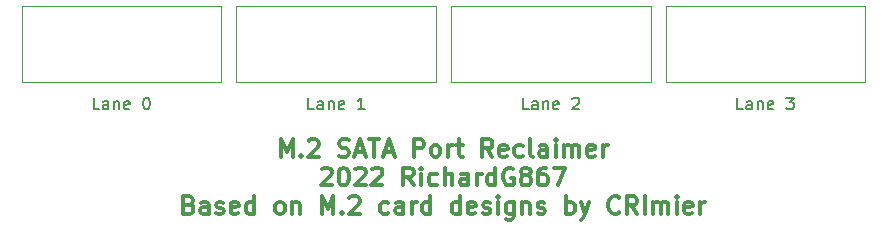
<source format=gto>
G04 #@! TF.GenerationSoftware,KiCad,Pcbnew,(6.0.5)*
G04 #@! TF.CreationDate,2022-10-29T18:05:07-03:00*
G04 #@! TF.ProjectId,m2sata,6d327361-7461-42e6-9b69-6361645f7063,rev?*
G04 #@! TF.SameCoordinates,PXa9657a8PY54e0840*
G04 #@! TF.FileFunction,Legend,Top*
G04 #@! TF.FilePolarity,Positive*
%FSLAX46Y46*%
G04 Gerber Fmt 4.6, Leading zero omitted, Abs format (unit mm)*
G04 Created by KiCad (PCBNEW (6.0.5)) date 2022-10-29 18:05:07*
%MOMM*%
%LPD*%
G01*
G04 APERTURE LIST*
%ADD10C,0.150000*%
%ADD11C,0.300000*%
%ADD12C,0.120000*%
%ADD13C,0.100000*%
%ADD14O,1.202000X1.402000*%
%ADD15C,2.602000*%
G04 APERTURE END LIST*
D10*
X-13248715Y-10512380D02*
X-13724905Y-10512380D01*
X-13724905Y-9512380D01*
X-12486810Y-10512380D02*
X-12486810Y-9988571D01*
X-12534429Y-9893333D01*
X-12629667Y-9845714D01*
X-12820143Y-9845714D01*
X-12915382Y-9893333D01*
X-12486810Y-10464761D02*
X-12582048Y-10512380D01*
X-12820143Y-10512380D01*
X-12915382Y-10464761D01*
X-12963001Y-10369523D01*
X-12963001Y-10274285D01*
X-12915382Y-10179047D01*
X-12820143Y-10131428D01*
X-12582048Y-10131428D01*
X-12486810Y-10083809D01*
X-12010620Y-9845714D02*
X-12010620Y-10512380D01*
X-12010620Y-9940952D02*
X-11963001Y-9893333D01*
X-11867762Y-9845714D01*
X-11724905Y-9845714D01*
X-11629667Y-9893333D01*
X-11582048Y-9988571D01*
X-11582048Y-10512380D01*
X-10724905Y-10464761D02*
X-10820143Y-10512380D01*
X-11010620Y-10512380D01*
X-11105858Y-10464761D01*
X-11153477Y-10369523D01*
X-11153477Y-9988571D01*
X-11105858Y-9893333D01*
X-11010620Y-9845714D01*
X-10820143Y-9845714D01*
X-10724905Y-9893333D01*
X-10677286Y-9988571D01*
X-10677286Y-10083809D01*
X-11153477Y-10179047D01*
X-9582048Y-9512380D02*
X-8963001Y-9512380D01*
X-9296334Y-9893333D01*
X-9153477Y-9893333D01*
X-9058239Y-9940952D01*
X-9010620Y-9988571D01*
X-8963001Y-10083809D01*
X-8963001Y-10321904D01*
X-9010620Y-10417142D01*
X-9058239Y-10464761D01*
X-9153477Y-10512380D01*
X-9439191Y-10512380D01*
X-9534429Y-10464761D01*
X-9582048Y-10417142D01*
X-49580207Y-10512380D02*
X-50056397Y-10512380D01*
X-50056397Y-9512380D01*
X-48818302Y-10512380D02*
X-48818302Y-9988571D01*
X-48865921Y-9893333D01*
X-48961159Y-9845714D01*
X-49151635Y-9845714D01*
X-49246874Y-9893333D01*
X-48818302Y-10464761D02*
X-48913540Y-10512380D01*
X-49151635Y-10512380D01*
X-49246874Y-10464761D01*
X-49294493Y-10369523D01*
X-49294493Y-10274285D01*
X-49246874Y-10179047D01*
X-49151635Y-10131428D01*
X-48913540Y-10131428D01*
X-48818302Y-10083809D01*
X-48342112Y-9845714D02*
X-48342112Y-10512380D01*
X-48342112Y-9940952D02*
X-48294493Y-9893333D01*
X-48199254Y-9845714D01*
X-48056397Y-9845714D01*
X-47961159Y-9893333D01*
X-47913540Y-9988571D01*
X-47913540Y-10512380D01*
X-47056397Y-10464761D02*
X-47151635Y-10512380D01*
X-47342112Y-10512380D01*
X-47437350Y-10464761D01*
X-47484969Y-10369523D01*
X-47484969Y-9988571D01*
X-47437350Y-9893333D01*
X-47342112Y-9845714D01*
X-47151635Y-9845714D01*
X-47056397Y-9893333D01*
X-47008778Y-9988571D01*
X-47008778Y-10083809D01*
X-47484969Y-10179047D01*
X-45294493Y-10512380D02*
X-45865921Y-10512380D01*
X-45580207Y-10512380D02*
X-45580207Y-9512380D01*
X-45675445Y-9655238D01*
X-45770683Y-9750476D01*
X-45865921Y-9798095D01*
X-31414461Y-10512380D02*
X-31890651Y-10512380D01*
X-31890651Y-9512380D01*
X-30652556Y-10512380D02*
X-30652556Y-9988571D01*
X-30700175Y-9893333D01*
X-30795413Y-9845714D01*
X-30985889Y-9845714D01*
X-31081128Y-9893333D01*
X-30652556Y-10464761D02*
X-30747794Y-10512380D01*
X-30985889Y-10512380D01*
X-31081128Y-10464761D01*
X-31128747Y-10369523D01*
X-31128747Y-10274285D01*
X-31081128Y-10179047D01*
X-30985889Y-10131428D01*
X-30747794Y-10131428D01*
X-30652556Y-10083809D01*
X-30176366Y-9845714D02*
X-30176366Y-10512380D01*
X-30176366Y-9940952D02*
X-30128747Y-9893333D01*
X-30033508Y-9845714D01*
X-29890651Y-9845714D01*
X-29795413Y-9893333D01*
X-29747794Y-9988571D01*
X-29747794Y-10512380D01*
X-28890651Y-10464761D02*
X-28985889Y-10512380D01*
X-29176366Y-10512380D01*
X-29271604Y-10464761D01*
X-29319223Y-10369523D01*
X-29319223Y-9988571D01*
X-29271604Y-9893333D01*
X-29176366Y-9845714D01*
X-28985889Y-9845714D01*
X-28890651Y-9893333D01*
X-28843032Y-9988571D01*
X-28843032Y-10083809D01*
X-29319223Y-10179047D01*
X-27700175Y-9607619D02*
X-27652556Y-9560000D01*
X-27557318Y-9512380D01*
X-27319223Y-9512380D01*
X-27223985Y-9560000D01*
X-27176366Y-9607619D01*
X-27128747Y-9702857D01*
X-27128747Y-9798095D01*
X-27176366Y-9940952D01*
X-27747794Y-10512380D01*
X-27128747Y-10512380D01*
X-67745953Y-10512380D02*
X-68222143Y-10512380D01*
X-68222143Y-9512380D01*
X-66984048Y-10512380D02*
X-66984048Y-9988571D01*
X-67031667Y-9893333D01*
X-67126905Y-9845714D01*
X-67317381Y-9845714D01*
X-67412620Y-9893333D01*
X-66984048Y-10464761D02*
X-67079286Y-10512380D01*
X-67317381Y-10512380D01*
X-67412620Y-10464761D01*
X-67460239Y-10369523D01*
X-67460239Y-10274285D01*
X-67412620Y-10179047D01*
X-67317381Y-10131428D01*
X-67079286Y-10131428D01*
X-66984048Y-10083809D01*
X-66507858Y-9845714D02*
X-66507858Y-10512380D01*
X-66507858Y-9940952D02*
X-66460239Y-9893333D01*
X-66365000Y-9845714D01*
X-66222143Y-9845714D01*
X-66126905Y-9893333D01*
X-66079286Y-9988571D01*
X-66079286Y-10512380D01*
X-65222143Y-10464761D02*
X-65317381Y-10512380D01*
X-65507858Y-10512380D01*
X-65603096Y-10464761D01*
X-65650715Y-10369523D01*
X-65650715Y-9988571D01*
X-65603096Y-9893333D01*
X-65507858Y-9845714D01*
X-65317381Y-9845714D01*
X-65222143Y-9893333D01*
X-65174524Y-9988571D01*
X-65174524Y-10083809D01*
X-65650715Y-10179047D01*
X-63793572Y-9512380D02*
X-63698334Y-9512380D01*
X-63603096Y-9560000D01*
X-63555477Y-9607619D01*
X-63507858Y-9702857D01*
X-63460239Y-9893333D01*
X-63460239Y-10131428D01*
X-63507858Y-10321904D01*
X-63555477Y-10417142D01*
X-63603096Y-10464761D01*
X-63698334Y-10512380D01*
X-63793572Y-10512380D01*
X-63888810Y-10464761D01*
X-63936429Y-10417142D01*
X-63984048Y-10321904D01*
X-64031667Y-10131428D01*
X-64031667Y-9893333D01*
X-63984048Y-9702857D01*
X-63936429Y-9607619D01*
X-63888810Y-9560000D01*
X-63793572Y-9512380D01*
D11*
X-52395990Y-14534305D02*
X-52395990Y-13034305D01*
X-51895990Y-14105734D01*
X-51395990Y-13034305D01*
X-51395990Y-14534305D01*
X-50681704Y-14391448D02*
X-50610275Y-14462876D01*
X-50681704Y-14534305D01*
X-50753132Y-14462876D01*
X-50681704Y-14391448D01*
X-50681704Y-14534305D01*
X-50038847Y-13177162D02*
X-49967418Y-13105734D01*
X-49824561Y-13034305D01*
X-49467418Y-13034305D01*
X-49324561Y-13105734D01*
X-49253132Y-13177162D01*
X-49181704Y-13320019D01*
X-49181704Y-13462876D01*
X-49253132Y-13677162D01*
X-50110275Y-14534305D01*
X-49181704Y-14534305D01*
X-47467418Y-14462876D02*
X-47253132Y-14534305D01*
X-46895990Y-14534305D01*
X-46753132Y-14462876D01*
X-46681704Y-14391448D01*
X-46610275Y-14248591D01*
X-46610275Y-14105734D01*
X-46681704Y-13962876D01*
X-46753132Y-13891448D01*
X-46895990Y-13820019D01*
X-47181704Y-13748591D01*
X-47324561Y-13677162D01*
X-47395990Y-13605734D01*
X-47467418Y-13462876D01*
X-47467418Y-13320019D01*
X-47395990Y-13177162D01*
X-47324561Y-13105734D01*
X-47181704Y-13034305D01*
X-46824561Y-13034305D01*
X-46610275Y-13105734D01*
X-46038847Y-14105734D02*
X-45324561Y-14105734D01*
X-46181704Y-14534305D02*
X-45681704Y-13034305D01*
X-45181704Y-14534305D01*
X-44895990Y-13034305D02*
X-44038847Y-13034305D01*
X-44467418Y-14534305D02*
X-44467418Y-13034305D01*
X-43610275Y-14105734D02*
X-42895989Y-14105734D01*
X-43753132Y-14534305D02*
X-43253132Y-13034305D01*
X-42753132Y-14534305D01*
X-41110275Y-14534305D02*
X-41110275Y-13034305D01*
X-40538847Y-13034305D01*
X-40395989Y-13105734D01*
X-40324561Y-13177162D01*
X-40253132Y-13320019D01*
X-40253132Y-13534305D01*
X-40324561Y-13677162D01*
X-40395989Y-13748591D01*
X-40538847Y-13820019D01*
X-41110275Y-13820019D01*
X-39395989Y-14534305D02*
X-39538847Y-14462876D01*
X-39610275Y-14391448D01*
X-39681704Y-14248591D01*
X-39681704Y-13820019D01*
X-39610275Y-13677162D01*
X-39538847Y-13605734D01*
X-39395989Y-13534305D01*
X-39181704Y-13534305D01*
X-39038847Y-13605734D01*
X-38967418Y-13677162D01*
X-38895989Y-13820019D01*
X-38895989Y-14248591D01*
X-38967418Y-14391448D01*
X-39038847Y-14462876D01*
X-39181704Y-14534305D01*
X-39395989Y-14534305D01*
X-38253132Y-14534305D02*
X-38253132Y-13534305D01*
X-38253132Y-13820019D02*
X-38181704Y-13677162D01*
X-38110275Y-13605734D01*
X-37967418Y-13534305D01*
X-37824561Y-13534305D01*
X-37538847Y-13534305D02*
X-36967418Y-13534305D01*
X-37324561Y-13034305D02*
X-37324561Y-14320019D01*
X-37253132Y-14462876D01*
X-37110275Y-14534305D01*
X-36967418Y-14534305D01*
X-34467418Y-14534305D02*
X-34967418Y-13820019D01*
X-35324561Y-14534305D02*
X-35324561Y-13034305D01*
X-34753132Y-13034305D01*
X-34610275Y-13105734D01*
X-34538847Y-13177162D01*
X-34467418Y-13320019D01*
X-34467418Y-13534305D01*
X-34538847Y-13677162D01*
X-34610275Y-13748591D01*
X-34753132Y-13820019D01*
X-35324561Y-13820019D01*
X-33253132Y-14462876D02*
X-33395989Y-14534305D01*
X-33681704Y-14534305D01*
X-33824561Y-14462876D01*
X-33895989Y-14320019D01*
X-33895989Y-13748591D01*
X-33824561Y-13605734D01*
X-33681704Y-13534305D01*
X-33395989Y-13534305D01*
X-33253132Y-13605734D01*
X-33181704Y-13748591D01*
X-33181704Y-13891448D01*
X-33895989Y-14034305D01*
X-31895989Y-14462876D02*
X-32038847Y-14534305D01*
X-32324561Y-14534305D01*
X-32467418Y-14462876D01*
X-32538847Y-14391448D01*
X-32610275Y-14248591D01*
X-32610275Y-13820019D01*
X-32538847Y-13677162D01*
X-32467418Y-13605734D01*
X-32324561Y-13534305D01*
X-32038847Y-13534305D01*
X-31895989Y-13605734D01*
X-31038847Y-14534305D02*
X-31181704Y-14462876D01*
X-31253132Y-14320019D01*
X-31253132Y-13034305D01*
X-29824561Y-14534305D02*
X-29824561Y-13748591D01*
X-29895989Y-13605734D01*
X-30038847Y-13534305D01*
X-30324561Y-13534305D01*
X-30467418Y-13605734D01*
X-29824561Y-14462876D02*
X-29967418Y-14534305D01*
X-30324561Y-14534305D01*
X-30467418Y-14462876D01*
X-30538847Y-14320019D01*
X-30538847Y-14177162D01*
X-30467418Y-14034305D01*
X-30324561Y-13962876D01*
X-29967418Y-13962876D01*
X-29824561Y-13891448D01*
X-29110275Y-14534305D02*
X-29110275Y-13534305D01*
X-29110275Y-13034305D02*
X-29181704Y-13105734D01*
X-29110275Y-13177162D01*
X-29038847Y-13105734D01*
X-29110275Y-13034305D01*
X-29110275Y-13177162D01*
X-28395989Y-14534305D02*
X-28395989Y-13534305D01*
X-28395989Y-13677162D02*
X-28324561Y-13605734D01*
X-28181704Y-13534305D01*
X-27967418Y-13534305D01*
X-27824561Y-13605734D01*
X-27753132Y-13748591D01*
X-27753132Y-14534305D01*
X-27753132Y-13748591D02*
X-27681704Y-13605734D01*
X-27538847Y-13534305D01*
X-27324561Y-13534305D01*
X-27181704Y-13605734D01*
X-27110275Y-13748591D01*
X-27110275Y-14534305D01*
X-25824561Y-14462876D02*
X-25967418Y-14534305D01*
X-26253132Y-14534305D01*
X-26395989Y-14462876D01*
X-26467418Y-14320019D01*
X-26467418Y-13748591D01*
X-26395989Y-13605734D01*
X-26253132Y-13534305D01*
X-25967418Y-13534305D01*
X-25824561Y-13605734D01*
X-25753132Y-13748591D01*
X-25753132Y-13891448D01*
X-26467418Y-14034305D01*
X-25110275Y-14534305D02*
X-25110275Y-13534305D01*
X-25110275Y-13820019D02*
X-25038847Y-13677162D01*
X-24967418Y-13605734D01*
X-24824561Y-13534305D01*
X-24681704Y-13534305D01*
X-48931704Y-15592162D02*
X-48860275Y-15520734D01*
X-48717418Y-15449305D01*
X-48360275Y-15449305D01*
X-48217418Y-15520734D01*
X-48145989Y-15592162D01*
X-48074561Y-15735019D01*
X-48074561Y-15877876D01*
X-48145989Y-16092162D01*
X-49003132Y-16949305D01*
X-48074561Y-16949305D01*
X-47145989Y-15449305D02*
X-47003132Y-15449305D01*
X-46860275Y-15520734D01*
X-46788847Y-15592162D01*
X-46717418Y-15735019D01*
X-46645989Y-16020734D01*
X-46645989Y-16377876D01*
X-46717418Y-16663591D01*
X-46788847Y-16806448D01*
X-46860275Y-16877876D01*
X-47003132Y-16949305D01*
X-47145989Y-16949305D01*
X-47288847Y-16877876D01*
X-47360275Y-16806448D01*
X-47431704Y-16663591D01*
X-47503132Y-16377876D01*
X-47503132Y-16020734D01*
X-47431704Y-15735019D01*
X-47360275Y-15592162D01*
X-47288847Y-15520734D01*
X-47145989Y-15449305D01*
X-46074561Y-15592162D02*
X-46003132Y-15520734D01*
X-45860275Y-15449305D01*
X-45503132Y-15449305D01*
X-45360275Y-15520734D01*
X-45288847Y-15592162D01*
X-45217418Y-15735019D01*
X-45217418Y-15877876D01*
X-45288847Y-16092162D01*
X-46145989Y-16949305D01*
X-45217418Y-16949305D01*
X-44645989Y-15592162D02*
X-44574561Y-15520734D01*
X-44431704Y-15449305D01*
X-44074561Y-15449305D01*
X-43931704Y-15520734D01*
X-43860275Y-15592162D01*
X-43788847Y-15735019D01*
X-43788847Y-15877876D01*
X-43860275Y-16092162D01*
X-44717418Y-16949305D01*
X-43788847Y-16949305D01*
X-41145989Y-16949305D02*
X-41645989Y-16235019D01*
X-42003132Y-16949305D02*
X-42003132Y-15449305D01*
X-41431704Y-15449305D01*
X-41288847Y-15520734D01*
X-41217418Y-15592162D01*
X-41145989Y-15735019D01*
X-41145989Y-15949305D01*
X-41217418Y-16092162D01*
X-41288847Y-16163591D01*
X-41431704Y-16235019D01*
X-42003132Y-16235019D01*
X-40503132Y-16949305D02*
X-40503132Y-15949305D01*
X-40503132Y-15449305D02*
X-40574561Y-15520734D01*
X-40503132Y-15592162D01*
X-40431704Y-15520734D01*
X-40503132Y-15449305D01*
X-40503132Y-15592162D01*
X-39145989Y-16877876D02*
X-39288847Y-16949305D01*
X-39574561Y-16949305D01*
X-39717418Y-16877876D01*
X-39788847Y-16806448D01*
X-39860275Y-16663591D01*
X-39860275Y-16235019D01*
X-39788847Y-16092162D01*
X-39717418Y-16020734D01*
X-39574561Y-15949305D01*
X-39288847Y-15949305D01*
X-39145989Y-16020734D01*
X-38503132Y-16949305D02*
X-38503132Y-15449305D01*
X-37860275Y-16949305D02*
X-37860275Y-16163591D01*
X-37931704Y-16020734D01*
X-38074561Y-15949305D01*
X-38288847Y-15949305D01*
X-38431704Y-16020734D01*
X-38503132Y-16092162D01*
X-36503132Y-16949305D02*
X-36503132Y-16163591D01*
X-36574561Y-16020734D01*
X-36717418Y-15949305D01*
X-37003132Y-15949305D01*
X-37145989Y-16020734D01*
X-36503132Y-16877876D02*
X-36645989Y-16949305D01*
X-37003132Y-16949305D01*
X-37145989Y-16877876D01*
X-37217418Y-16735019D01*
X-37217418Y-16592162D01*
X-37145989Y-16449305D01*
X-37003132Y-16377876D01*
X-36645989Y-16377876D01*
X-36503132Y-16306448D01*
X-35788847Y-16949305D02*
X-35788847Y-15949305D01*
X-35788847Y-16235019D02*
X-35717418Y-16092162D01*
X-35645989Y-16020734D01*
X-35503132Y-15949305D01*
X-35360275Y-15949305D01*
X-34217418Y-16949305D02*
X-34217418Y-15449305D01*
X-34217418Y-16877876D02*
X-34360275Y-16949305D01*
X-34645989Y-16949305D01*
X-34788847Y-16877876D01*
X-34860275Y-16806448D01*
X-34931704Y-16663591D01*
X-34931704Y-16235019D01*
X-34860275Y-16092162D01*
X-34788847Y-16020734D01*
X-34645989Y-15949305D01*
X-34360275Y-15949305D01*
X-34217418Y-16020734D01*
X-32717418Y-15520734D02*
X-32860275Y-15449305D01*
X-33074561Y-15449305D01*
X-33288847Y-15520734D01*
X-33431704Y-15663591D01*
X-33503132Y-15806448D01*
X-33574561Y-16092162D01*
X-33574561Y-16306448D01*
X-33503132Y-16592162D01*
X-33431704Y-16735019D01*
X-33288847Y-16877876D01*
X-33074561Y-16949305D01*
X-32931704Y-16949305D01*
X-32717418Y-16877876D01*
X-32645989Y-16806448D01*
X-32645989Y-16306448D01*
X-32931704Y-16306448D01*
X-31788847Y-16092162D02*
X-31931704Y-16020734D01*
X-32003132Y-15949305D01*
X-32074561Y-15806448D01*
X-32074561Y-15735019D01*
X-32003132Y-15592162D01*
X-31931704Y-15520734D01*
X-31788847Y-15449305D01*
X-31503132Y-15449305D01*
X-31360275Y-15520734D01*
X-31288847Y-15592162D01*
X-31217418Y-15735019D01*
X-31217418Y-15806448D01*
X-31288847Y-15949305D01*
X-31360275Y-16020734D01*
X-31503132Y-16092162D01*
X-31788847Y-16092162D01*
X-31931704Y-16163591D01*
X-32003132Y-16235019D01*
X-32074561Y-16377876D01*
X-32074561Y-16663591D01*
X-32003132Y-16806448D01*
X-31931704Y-16877876D01*
X-31788847Y-16949305D01*
X-31503132Y-16949305D01*
X-31360275Y-16877876D01*
X-31288847Y-16806448D01*
X-31217418Y-16663591D01*
X-31217418Y-16377876D01*
X-31288847Y-16235019D01*
X-31360275Y-16163591D01*
X-31503132Y-16092162D01*
X-29931704Y-15449305D02*
X-30217418Y-15449305D01*
X-30360275Y-15520734D01*
X-30431704Y-15592162D01*
X-30574561Y-15806448D01*
X-30645989Y-16092162D01*
X-30645989Y-16663591D01*
X-30574561Y-16806448D01*
X-30503132Y-16877876D01*
X-30360275Y-16949305D01*
X-30074561Y-16949305D01*
X-29931704Y-16877876D01*
X-29860275Y-16806448D01*
X-29788847Y-16663591D01*
X-29788847Y-16306448D01*
X-29860275Y-16163591D01*
X-29931704Y-16092162D01*
X-30074561Y-16020734D01*
X-30360275Y-16020734D01*
X-30503132Y-16092162D01*
X-30574561Y-16163591D01*
X-30645989Y-16306448D01*
X-29288847Y-15449305D02*
X-28288847Y-15449305D01*
X-28931704Y-16949305D01*
X-60145990Y-18578591D02*
X-59931704Y-18650019D01*
X-59860275Y-18721448D01*
X-59788847Y-18864305D01*
X-59788847Y-19078591D01*
X-59860275Y-19221448D01*
X-59931704Y-19292876D01*
X-60074561Y-19364305D01*
X-60645990Y-19364305D01*
X-60645990Y-17864305D01*
X-60145990Y-17864305D01*
X-60003132Y-17935734D01*
X-59931704Y-18007162D01*
X-59860275Y-18150019D01*
X-59860275Y-18292876D01*
X-59931704Y-18435734D01*
X-60003132Y-18507162D01*
X-60145990Y-18578591D01*
X-60645990Y-18578591D01*
X-58503132Y-19364305D02*
X-58503132Y-18578591D01*
X-58574561Y-18435734D01*
X-58717418Y-18364305D01*
X-59003132Y-18364305D01*
X-59145990Y-18435734D01*
X-58503132Y-19292876D02*
X-58645990Y-19364305D01*
X-59003132Y-19364305D01*
X-59145990Y-19292876D01*
X-59217418Y-19150019D01*
X-59217418Y-19007162D01*
X-59145990Y-18864305D01*
X-59003132Y-18792876D01*
X-58645990Y-18792876D01*
X-58503132Y-18721448D01*
X-57860275Y-19292876D02*
X-57717418Y-19364305D01*
X-57431704Y-19364305D01*
X-57288847Y-19292876D01*
X-57217418Y-19150019D01*
X-57217418Y-19078591D01*
X-57288847Y-18935734D01*
X-57431704Y-18864305D01*
X-57645990Y-18864305D01*
X-57788847Y-18792876D01*
X-57860275Y-18650019D01*
X-57860275Y-18578591D01*
X-57788847Y-18435734D01*
X-57645990Y-18364305D01*
X-57431704Y-18364305D01*
X-57288847Y-18435734D01*
X-56003132Y-19292876D02*
X-56145990Y-19364305D01*
X-56431704Y-19364305D01*
X-56574561Y-19292876D01*
X-56645990Y-19150019D01*
X-56645990Y-18578591D01*
X-56574561Y-18435734D01*
X-56431704Y-18364305D01*
X-56145990Y-18364305D01*
X-56003132Y-18435734D01*
X-55931704Y-18578591D01*
X-55931704Y-18721448D01*
X-56645990Y-18864305D01*
X-54645990Y-19364305D02*
X-54645990Y-17864305D01*
X-54645990Y-19292876D02*
X-54788847Y-19364305D01*
X-55074561Y-19364305D01*
X-55217418Y-19292876D01*
X-55288847Y-19221448D01*
X-55360275Y-19078591D01*
X-55360275Y-18650019D01*
X-55288847Y-18507162D01*
X-55217418Y-18435734D01*
X-55074561Y-18364305D01*
X-54788847Y-18364305D01*
X-54645990Y-18435734D01*
X-52574561Y-19364305D02*
X-52717418Y-19292876D01*
X-52788847Y-19221448D01*
X-52860275Y-19078591D01*
X-52860275Y-18650019D01*
X-52788847Y-18507162D01*
X-52717418Y-18435734D01*
X-52574561Y-18364305D01*
X-52360275Y-18364305D01*
X-52217418Y-18435734D01*
X-52145990Y-18507162D01*
X-52074561Y-18650019D01*
X-52074561Y-19078591D01*
X-52145990Y-19221448D01*
X-52217418Y-19292876D01*
X-52360275Y-19364305D01*
X-52574561Y-19364305D01*
X-51431704Y-18364305D02*
X-51431704Y-19364305D01*
X-51431704Y-18507162D02*
X-51360275Y-18435734D01*
X-51217418Y-18364305D01*
X-51003132Y-18364305D01*
X-50860275Y-18435734D01*
X-50788847Y-18578591D01*
X-50788847Y-19364305D01*
X-48931704Y-19364305D02*
X-48931704Y-17864305D01*
X-48431704Y-18935734D01*
X-47931704Y-17864305D01*
X-47931704Y-19364305D01*
X-47217418Y-19221448D02*
X-47145990Y-19292876D01*
X-47217418Y-19364305D01*
X-47288847Y-19292876D01*
X-47217418Y-19221448D01*
X-47217418Y-19364305D01*
X-46574561Y-18007162D02*
X-46503132Y-17935734D01*
X-46360275Y-17864305D01*
X-46003132Y-17864305D01*
X-45860275Y-17935734D01*
X-45788847Y-18007162D01*
X-45717418Y-18150019D01*
X-45717418Y-18292876D01*
X-45788847Y-18507162D01*
X-46645990Y-19364305D01*
X-45717418Y-19364305D01*
X-43288847Y-19292876D02*
X-43431704Y-19364305D01*
X-43717418Y-19364305D01*
X-43860275Y-19292876D01*
X-43931704Y-19221448D01*
X-44003132Y-19078591D01*
X-44003132Y-18650019D01*
X-43931704Y-18507162D01*
X-43860275Y-18435734D01*
X-43717418Y-18364305D01*
X-43431704Y-18364305D01*
X-43288847Y-18435734D01*
X-42003132Y-19364305D02*
X-42003132Y-18578591D01*
X-42074561Y-18435734D01*
X-42217418Y-18364305D01*
X-42503132Y-18364305D01*
X-42645989Y-18435734D01*
X-42003132Y-19292876D02*
X-42145989Y-19364305D01*
X-42503132Y-19364305D01*
X-42645989Y-19292876D01*
X-42717418Y-19150019D01*
X-42717418Y-19007162D01*
X-42645989Y-18864305D01*
X-42503132Y-18792876D01*
X-42145989Y-18792876D01*
X-42003132Y-18721448D01*
X-41288847Y-19364305D02*
X-41288847Y-18364305D01*
X-41288847Y-18650019D02*
X-41217418Y-18507162D01*
X-41145989Y-18435734D01*
X-41003132Y-18364305D01*
X-40860275Y-18364305D01*
X-39717418Y-19364305D02*
X-39717418Y-17864305D01*
X-39717418Y-19292876D02*
X-39860275Y-19364305D01*
X-40145989Y-19364305D01*
X-40288847Y-19292876D01*
X-40360275Y-19221448D01*
X-40431704Y-19078591D01*
X-40431704Y-18650019D01*
X-40360275Y-18507162D01*
X-40288847Y-18435734D01*
X-40145989Y-18364305D01*
X-39860275Y-18364305D01*
X-39717418Y-18435734D01*
X-37217418Y-19364305D02*
X-37217418Y-17864305D01*
X-37217418Y-19292876D02*
X-37360275Y-19364305D01*
X-37645989Y-19364305D01*
X-37788847Y-19292876D01*
X-37860275Y-19221448D01*
X-37931704Y-19078591D01*
X-37931704Y-18650019D01*
X-37860275Y-18507162D01*
X-37788847Y-18435734D01*
X-37645989Y-18364305D01*
X-37360275Y-18364305D01*
X-37217418Y-18435734D01*
X-35931704Y-19292876D02*
X-36074561Y-19364305D01*
X-36360275Y-19364305D01*
X-36503132Y-19292876D01*
X-36574561Y-19150019D01*
X-36574561Y-18578591D01*
X-36503132Y-18435734D01*
X-36360275Y-18364305D01*
X-36074561Y-18364305D01*
X-35931704Y-18435734D01*
X-35860275Y-18578591D01*
X-35860275Y-18721448D01*
X-36574561Y-18864305D01*
X-35288847Y-19292876D02*
X-35145989Y-19364305D01*
X-34860275Y-19364305D01*
X-34717418Y-19292876D01*
X-34645989Y-19150019D01*
X-34645989Y-19078591D01*
X-34717418Y-18935734D01*
X-34860275Y-18864305D01*
X-35074561Y-18864305D01*
X-35217418Y-18792876D01*
X-35288847Y-18650019D01*
X-35288847Y-18578591D01*
X-35217418Y-18435734D01*
X-35074561Y-18364305D01*
X-34860275Y-18364305D01*
X-34717418Y-18435734D01*
X-34003132Y-19364305D02*
X-34003132Y-18364305D01*
X-34003132Y-17864305D02*
X-34074561Y-17935734D01*
X-34003132Y-18007162D01*
X-33931704Y-17935734D01*
X-34003132Y-17864305D01*
X-34003132Y-18007162D01*
X-32645989Y-18364305D02*
X-32645989Y-19578591D01*
X-32717418Y-19721448D01*
X-32788847Y-19792876D01*
X-32931704Y-19864305D01*
X-33145989Y-19864305D01*
X-33288847Y-19792876D01*
X-32645989Y-19292876D02*
X-32788847Y-19364305D01*
X-33074561Y-19364305D01*
X-33217418Y-19292876D01*
X-33288847Y-19221448D01*
X-33360275Y-19078591D01*
X-33360275Y-18650019D01*
X-33288847Y-18507162D01*
X-33217418Y-18435734D01*
X-33074561Y-18364305D01*
X-32788847Y-18364305D01*
X-32645989Y-18435734D01*
X-31931704Y-18364305D02*
X-31931704Y-19364305D01*
X-31931704Y-18507162D02*
X-31860275Y-18435734D01*
X-31717418Y-18364305D01*
X-31503132Y-18364305D01*
X-31360275Y-18435734D01*
X-31288847Y-18578591D01*
X-31288847Y-19364305D01*
X-30645989Y-19292876D02*
X-30503132Y-19364305D01*
X-30217418Y-19364305D01*
X-30074561Y-19292876D01*
X-30003132Y-19150019D01*
X-30003132Y-19078591D01*
X-30074561Y-18935734D01*
X-30217418Y-18864305D01*
X-30431704Y-18864305D01*
X-30574561Y-18792876D01*
X-30645989Y-18650019D01*
X-30645989Y-18578591D01*
X-30574561Y-18435734D01*
X-30431704Y-18364305D01*
X-30217418Y-18364305D01*
X-30074561Y-18435734D01*
X-28217418Y-19364305D02*
X-28217418Y-17864305D01*
X-28217418Y-18435734D02*
X-28074561Y-18364305D01*
X-27788847Y-18364305D01*
X-27645989Y-18435734D01*
X-27574561Y-18507162D01*
X-27503132Y-18650019D01*
X-27503132Y-19078591D01*
X-27574561Y-19221448D01*
X-27645989Y-19292876D01*
X-27788847Y-19364305D01*
X-28074561Y-19364305D01*
X-28217418Y-19292876D01*
X-27003132Y-18364305D02*
X-26645989Y-19364305D01*
X-26288847Y-18364305D02*
X-26645989Y-19364305D01*
X-26788847Y-19721448D01*
X-26860275Y-19792876D01*
X-27003132Y-19864305D01*
X-23717418Y-19221448D02*
X-23788847Y-19292876D01*
X-24003132Y-19364305D01*
X-24145989Y-19364305D01*
X-24360275Y-19292876D01*
X-24503132Y-19150019D01*
X-24574561Y-19007162D01*
X-24645989Y-18721448D01*
X-24645989Y-18507162D01*
X-24574561Y-18221448D01*
X-24503132Y-18078591D01*
X-24360275Y-17935734D01*
X-24145989Y-17864305D01*
X-24003132Y-17864305D01*
X-23788847Y-17935734D01*
X-23717418Y-18007162D01*
X-22217418Y-19364305D02*
X-22717418Y-18650019D01*
X-23074561Y-19364305D02*
X-23074561Y-17864305D01*
X-22503132Y-17864305D01*
X-22360275Y-17935734D01*
X-22288847Y-18007162D01*
X-22217418Y-18150019D01*
X-22217418Y-18364305D01*
X-22288847Y-18507162D01*
X-22360275Y-18578591D01*
X-22503132Y-18650019D01*
X-23074561Y-18650019D01*
X-21574561Y-19364305D02*
X-21574561Y-17864305D01*
X-20860275Y-19364305D02*
X-20860275Y-18364305D01*
X-20860275Y-18507162D02*
X-20788847Y-18435734D01*
X-20645989Y-18364305D01*
X-20431704Y-18364305D01*
X-20288847Y-18435734D01*
X-20217418Y-18578591D01*
X-20217418Y-19364305D01*
X-20217418Y-18578591D02*
X-20145989Y-18435734D01*
X-20003132Y-18364305D01*
X-19788847Y-18364305D01*
X-19645989Y-18435734D01*
X-19574561Y-18578591D01*
X-19574561Y-19364305D01*
X-18860275Y-19364305D02*
X-18860275Y-18364305D01*
X-18860275Y-17864305D02*
X-18931704Y-17935734D01*
X-18860275Y-18007162D01*
X-18788847Y-17935734D01*
X-18860275Y-17864305D01*
X-18860275Y-18007162D01*
X-17574561Y-19292876D02*
X-17717418Y-19364305D01*
X-18003132Y-19364305D01*
X-18145989Y-19292876D01*
X-18217418Y-19150019D01*
X-18217418Y-18578591D01*
X-18145989Y-18435734D01*
X-18003132Y-18364305D01*
X-17717418Y-18364305D01*
X-17574561Y-18435734D01*
X-17503132Y-18578591D01*
X-17503132Y-18721448D01*
X-18217418Y-18864305D01*
X-16860275Y-19364305D02*
X-16860275Y-18364305D01*
X-16860275Y-18650019D02*
X-16788847Y-18507162D01*
X-16717418Y-18435734D01*
X-16574561Y-18364305D01*
X-16431704Y-18364305D01*
D12*
X-2917762Y-1743494D02*
X-2917762Y-8203494D01*
X-2917762Y-8203494D02*
X-19817762Y-8203494D01*
X-19817762Y-8203494D02*
X-19817762Y-1743494D01*
X-19817762Y-1743494D02*
X-2917762Y-1743494D01*
X-74315000Y-8210000D02*
X-74315000Y-1750000D01*
X-57415000Y-8210000D02*
X-74315000Y-8210000D01*
X-74315000Y-1750000D02*
X-57415000Y-1750000D01*
X-57415000Y-1750000D02*
X-57415000Y-8210000D01*
X-21083508Y-1750000D02*
X-21083508Y-8210000D01*
X-37983508Y-8210000D02*
X-37983508Y-1750000D01*
X-21083508Y-8210000D02*
X-37983508Y-8210000D01*
X-37983508Y-1750000D02*
X-21083508Y-1750000D01*
X-39249254Y-8210000D02*
X-56149254Y-8210000D01*
X-56149254Y-8210000D02*
X-56149254Y-1750000D01*
X-39249254Y-1750000D02*
X-39249254Y-8210000D01*
X-56149254Y-1750000D02*
X-39249254Y-1750000D01*
%LPC*%
G36*
X-78000000Y-4275000D02*
G01*
X-80000000Y-4275000D01*
X-80000000Y-1075000D01*
X-78000000Y-1075000D01*
X-78000000Y-4275000D01*
G37*
D13*
X-78000000Y-4275000D02*
X-80000000Y-4275000D01*
X-80000000Y-1075000D01*
X-78000000Y-1075000D01*
X-78000000Y-4275000D01*
G36*
X-78000000Y-20925000D02*
G01*
X-80000000Y-20925000D01*
X-80000000Y-5475000D01*
X-78000000Y-5475000D01*
X-78000000Y-20925000D01*
G37*
X-78000000Y-20925000D02*
X-80000000Y-20925000D01*
X-80000000Y-5475000D01*
X-78000000Y-5475000D01*
X-78000000Y-20925000D01*
D14*
X-15177762Y-4473494D03*
X-13907762Y-5473494D03*
X-12637762Y-5473494D03*
X-11367762Y-4473494D03*
X-10097762Y-5473494D03*
X-8827762Y-5473494D03*
X-7557762Y-4473494D03*
D15*
X-4887762Y-4973494D03*
X-17847762Y-4973494D03*
D14*
X-69675000Y-4480000D03*
X-68405000Y-5480000D03*
X-67135000Y-5480000D03*
X-65865000Y-4480000D03*
X-64595000Y-5480000D03*
X-63325000Y-5480000D03*
X-62055000Y-4480000D03*
D15*
X-59385000Y-4980000D03*
X-72345000Y-4980000D03*
D14*
X-33343508Y-4480000D03*
X-32073508Y-5480000D03*
X-30803508Y-5480000D03*
X-29533508Y-4480000D03*
X-28263508Y-5480000D03*
X-26993508Y-5480000D03*
X-25723508Y-4480000D03*
D15*
X-23053508Y-4980000D03*
X-36013508Y-4980000D03*
D14*
X-51509254Y-4480000D03*
X-50239254Y-5480000D03*
X-48969254Y-5480000D03*
X-47699254Y-4480000D03*
X-46429254Y-5480000D03*
X-45159254Y-5480000D03*
X-43889254Y-4480000D03*
D15*
X-41219254Y-4980000D03*
X-54179254Y-4980000D03*
M02*

</source>
